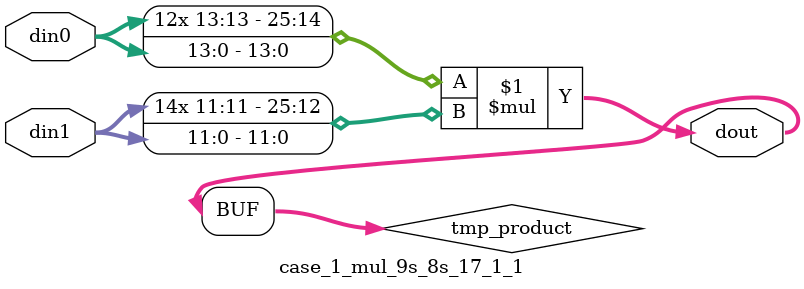
<source format=v>

`timescale 1 ns / 1 ps

 (* use_dsp = "no" *)  module case_1_mul_9s_8s_17_1_1(din0, din1, dout);
parameter ID = 1;
parameter NUM_STAGE = 0;
parameter din0_WIDTH = 14;
parameter din1_WIDTH = 12;
parameter dout_WIDTH = 26;

input [din0_WIDTH - 1 : 0] din0; 
input [din1_WIDTH - 1 : 0] din1; 
output [dout_WIDTH - 1 : 0] dout;

wire signed [dout_WIDTH - 1 : 0] tmp_product;



























assign tmp_product = $signed(din0) * $signed(din1);








assign dout = tmp_product;





















endmodule

</source>
